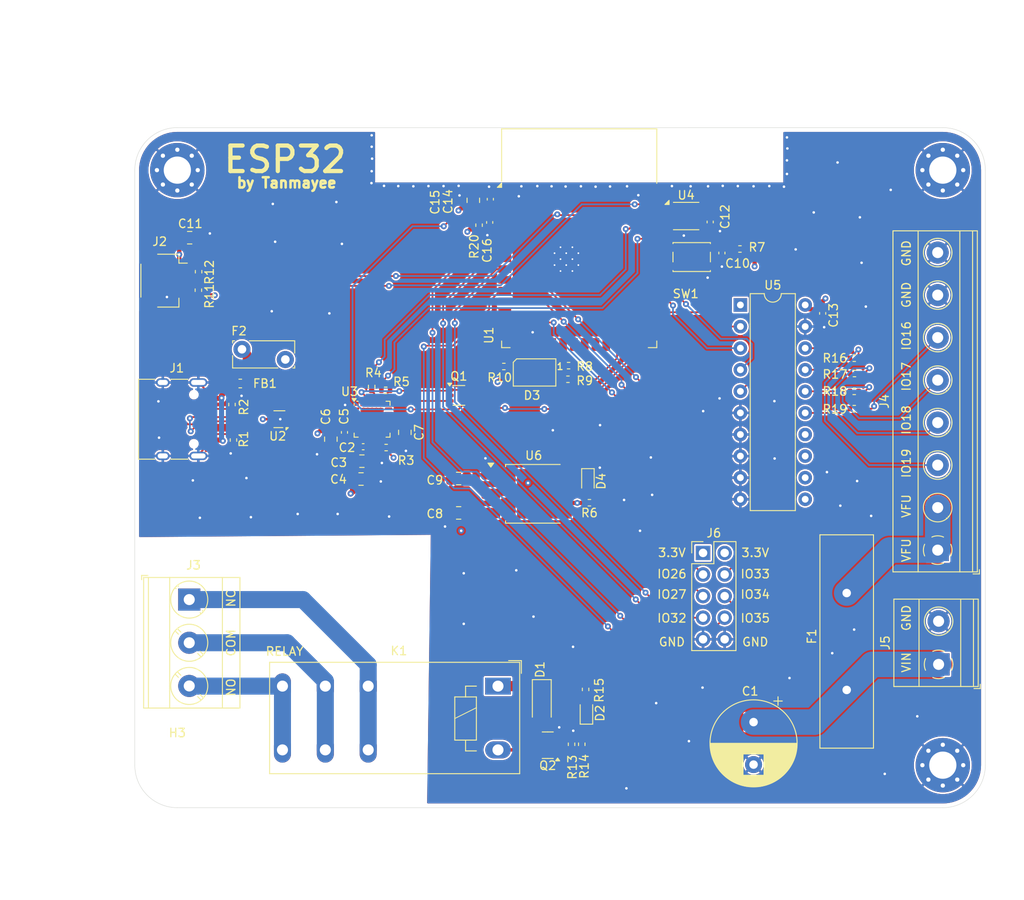
<source format=kicad_pcb>
(kicad_pcb (version 20240108) (generator "pcbnew") (generator_version "8.0")
  (layers (0 "F.Cu" signal) (1 "In1.Cu" power) (2 "In2.Cu" power) (31 "B.Cu" signal) (34 "B.Paste" user) (35 "F.Paste" user) (36 "B.SilkS" user "B.Silkscreen") (37 "F.SilkS" user "F.Silkscreen") (38 "B.Mask" user) (39 "F.Mask" user) (44 "Edge.Cuts" user))
  (net 0 "")
  (net 1 "GND")
  (net 2 "Net-(J5-Pin_1)")
  (net 3 "+5V")
  (net 4 "+3.3VA")
  (net 5 "Net-(U3-VPP)")
  (net 6 "+3.3V")
  (net 7 "/SW")
  (net 8 "/EN")
  (net 9 "Net-(D1-A)")
  (net 10 "Net-(D2-A)")
  (net 11 "Net-(D3-RK)")
  (net 12 "Net-(D3-GK)")
  (net 13 "Net-(D3-BK)")
  (net 14 "Net-(D4-A)")
  (net 15 "Net-(J4-Pin_1)")
  (net 16 "Net-(F2-Pad1)")
  (net 17 "+5VP")
  (net 18 "Net-(J1-D--PadA7)")
  (net 19 "Net-(J1-CC1)")
  (net 21 "Net-(J1-CC2)")
  (net 23 "Net-(J1-D+-PadA6)")
  (net 24 "/SDA")
  (net 25 "/SCL")
  (net 26 "Net-(J3-Pin_1)")
  (net 27 "Net-(J3-Pin_2)")
  (net 28 "Net-(J3-Pin_3)")
  (net 29 "Net-(J4-Pin_3)")
  (net 30 "Net-(J4-Pin_5)")
  (net 31 "Net-(J4-Pin_6)")
  (net 32 "Net-(J4-Pin_4)")
  (net 33 "/GPIO27")
  (net 34 "/GPIO34")
  (net 35 "/GPIO32")
  (net 36 "/GPIO35")
  (net 37 "/GPIO26")
  (net 38 "/GPIO33")
  (net 39 "/IO0")
  (net 40 "/DTR")
  (net 41 "/RTS")
  (net 42 "Net-(Q2-B)")
  (net 43 "Net-(U3-~{RST})")
  (net 44 "Net-(U3-TXD)")
  (net 45 "/RX")
  (net 46 "/TX")
  (net 47 "Net-(U3-RXD)")
  (net 48 "/LED_R")
  (net 49 "/LED_G")
  (net 50 "/LED_B")
  (net 51 "/RELAY")
  (net 52 "Net-(U5-B0)")
  (net 53 "Net-(U5-B1)")
  (net 54 "Net-(U5-B2)")
  (net 55 "Net-(U5-B3)")
  (net 58 "/LEDSTR3")
  (net 62 "/LEDSTR2")
  (net 65 "/LEDSTR4")
  (net 72 "/LEDSTR1")
  (net 73 "Net-(U3-D-)")
  (net 74 "Net-(U3-D+)")
  (footprint "Fuse:Fuse_Bourns_MF-RG300" (layer "F.Cu") (at 160.9 82.675)
    (property "Reference" "F2")
    (property "Value" "Polyfuse_1A")
  )
  (footprint "Package_DFN_QFN:QFN-24-1EP_4x4mm_P0.5mm_EP2.6x2.6mm" (layer "F.Cu") (at 176.2 90.9)
    (property "Reference" "U3")
    (property "Value" "CP2104")
  )
  (footprint "LED_SMD:LED_0603_1608Metric" (layer "F.Cu") (at 201.4 125.2875 90)
    (property "Reference" "D2")
    (property "Value" "YELLOW")
  )
  (footprint "Resistor_SMD:R_0402_1005Metric" (layer "F.Cu") (at 155.775 75.725 -90)
    (property "Reference" "R11")
    (property "Value" "4K7")
  )
  (footprint "Package_TO_SOT_SMD:SOT-666" (layer "F.Cu") (at 165.3 90.9 180)
    (property "Reference" "U2")
    (property "Value" "USBLC6-2P6")
  )
  (footprint "Capacitor_SMD:C_0805_2012Metric" (layer "F.Cu") (at 186.375 97.875 180)
    (property "Reference" "C9")
    (property "Value" "22u")
  )
  (footprint "RF_Module:ESP32-WROOM-32D" (layer "F.Cu") (at 200.55 72.6)
    (property "Reference" "U1")
    (property "Value" "ESP32-WROOM-32D")
  )
  (footprint "Fuse:Fuse_Littelfuse-LVR200" (layer "F.Cu") (at 232 122.75 90)
    (property "Reference" "F1")
    (property "Value" "Fuse")
  )
  (footprint "Package_TO_SOT_SMD:TO-252-3_TabPin2" (layer "F.Cu") (at 195.2 99.675)
    (property "Reference" "U6")
    (property "Value" "LM1117DT-3.3")
  )
  (footprint "Resistor_SMD:R_0402_1005Metric" (layer "F.Cu") (at 177.85 94.2375 180)
    (property "Reference" "R3")
    (property "Value" "10K")
  )
  (footprint "Resistor_SMD:R_0402_1005Metric" (layer "F.Cu") (at 219.45 70.875 180)
    (property "Reference" "R7")
    (property "Value" "10K")
  )
  (footprint "Capacitor_SMD:C_0402_1005Metric" (layer "F.Cu") (at 229.175 78.45 -90)
    (property "Reference" "C13")
    (property "Value" "100n")
  )
  (footprint "Relay_THT:Relay_SPDT_Schrack-RT1-16A-FormC_RM5mm" (layer "F.Cu") (at 191 122.3 180)
    (property "Reference" "K1")
    (property "Value" "RT314A05")
  )
  (footprint "Package_TO_SOT_SMD:SOT-363_SC-70-6" (layer "F.Cu") (at 186.4 88.1)
    (property "Reference" "Q1")
    (property "Value" "UMH3N")
  )
  (footprint "Capacitor_SMD:C_0402_1005Metric" (layer "F.Cu") (at 215.95 67.7 -90)
    (property "Reference" "C12")
    (property "Value" "100n")
  )
  (footprint "Capacitor_SMD:C_0805_2012Metric" (layer "F.Cu") (at 171.35 93.25 -90)
    (property "Reference" "C6")
    (property "Value" "22u")
  )
  (footprint "Capacitor_THT:CP_Radial_D10.0mm_P5.00mm" (layer "F.Cu") (at 221.05 126.532323 -90)
    (property "Reference" "C1")
    (property "Value" "1000u/25V")
  )
  (footprint "Capacitor_SMD:C_0402_1005Metric" (layer "F.Cu") (at 190.025 67.75 -90)
    (property "Reference" "C16")
    (property "Value" "100n")
  )
  (footprint "Resistor_SMD:R_0402_1005Metric" (layer "F.Cu") (at 191.69 84.7)
    (property "Reference" "R10")
    (property "Value" "1K")
  )
  (footprint "Resistor_SMD:R_0402_1005Metric" (layer "F.Cu") (at 176.15 87.05 90)
    (property "Reference" "R4")
    (property "Value" "22R")
  )
  (footprint "Capacitor_SMD:C_0805_2012Metric" (layer "F.Cu") (at 188.1 65.15 90)
    (property "Reference" "C15")
    (property "Value" "22u")
  )
  (footprint "Button_Switch_SMD:SW_SPST_PTS810" (layer "F.Cu") (at 213.775 71.825 180)
    (property "Reference" "SW1")
    (property "Value" "SW_SPST")
  )
  (footprint "Resistor_SMD:R_0402_1005Metric" (layer "F.Cu") (at 177.8 87.5 180)
    (property "Reference" "R5")
    (property "Value" "22R")
  )
  (footprint "Resistor_SMD:R_0402_1005Metric" (layer "F.Cu") (at 155.8 73.55 90)
    (property "Reference" "R12")
    (property "Value" "4K7")
  )
  (footprint "Capacitor_SMD:C_0402_1005Metric" (layer "F.Cu") (at 217.325 71.35 -90)
    (property "Reference" "C10")
    (property "Value" "100n")
  )
  (footprint "Resistor_SMD:R_0402_1005Metric" (layer "F.Cu") (at 199.3 84.6)
    (property "Reference" "R8")
    (property "Value" "1K")
  )
  (footprint "MountingHole:MountingHole_3.2mm_M3_DIN965" (layer "F.Cu") (at 153.3 131.6)
    (property "Reference" "H3")
    (property "Value" "Hole_Pad")
  )
  (footprint "Diode_SMD:D_MiniMELF" (layer "F.Cu") (at 196.15 124.2 -90)
    (property "Reference" "D1")
    (property "Value" "LL4148")
  )
  (footprint "Connector_USB:USB_C_Receptacle_HRO_TYPE-C-31-M-12" (layer "F.Cu") (at 152.64 90.9 -90)
    (property "Reference" "J1")
    (property "Value" "USB_C_Receptacle_USB2.0_16P")
  )
  (footprint "Resistor_SMD:R_0402_1005Metric" (layer "F.Cu") (at 199.65 129.14 -90)
    (property "Reference" "R13")
    (property "Value" "10K")
  )
  (footprint "Resistor_SMD:R_0402_1005Metric" (layer "F.Cu") (at 201.75 100.725)
    (property "Reference" "R6")
    (property "Value" "1K")
  )
  (footprint "Package_DIP:DIP-20_W7.62mm" (layer "F.Cu") (at 219.5 77.46)
    (property "Reference" "U5")
    (property "Value" "74AHCT245")
  )
  (footprint "Capacitor_SMD:C_0805_2012Metric" (layer "F.Cu") (at 174.9 97.9375)
    (property "Reference" "C4")
    (property "Value" "22u")
  )
  (footprint "Connector_JST:JST_SH_SM04B-SRSS-TB_1x04-1MP_P1.00mm_Horizontal" (layer "F.Cu") (at 151.7 74.6 -90)
    (property "Reference" "J2")
    (property "Value" "Conn_01x04")
  )
  (footprint "LED_SMD:LED_RGB_Wuerth-PLCC4_3.2x2.8mm_150141M173100" (layer "F.Cu") (at 195.3 85.4)
    (property "Reference" "D3")
    (property "Value" "LED_RGBA")
  )
  (footprint "MountingHole:MountingHole_3.2mm_M3_Pad_Via" (layer "F.Cu") (at 153.3 61.6)
    (property "Reference" "H1" (hide yes))
    (property "Value" "Hole_Pad")
  )
  (footprint "Resistor_SMD:R_0402_1005Metric" (layer "F.Cu") (at 232.885 87.625)
    (property "Reference" "R18")
    (property "Value" "22R")
  )
  (footprint "Resistor_SMD:R_0402_1005Metric" (layer "F.Cu") (at 200.85 129.14 90)
    (property "Reference" "R14")
    (property "Value" "1K")
  )
  (footprint "TerminalBlock_Phoenix:TerminalBlock_Phoenix_MKDS-3-3-5.08_1x03_P5.08mm_Horizontal" (layer "F.Cu") (at 154.7 112.12 -90)
    (property "Reference" "J3")
    (property "Value" "Screw_Terminal_01x03")
  )
  (footprint "Capacitor_SMD:C_0805_2012Metric" (layer "F.Cu") (at 154.75 69.55)
    (property "Reference" "C11")
    (property "Value" "22u")
  )
  (footprint "Inductor_SMD:L_0603_1608Metric" (layer "F.Cu") (at 160.7 86.7)
    (property "Reference" "FB1")
    (property "Value" "BLM21PG221")
  )
  (footprint "Resistor_SMD:R_0402_1005Metric" (layer "F.Cu") (at 232.885 89.66)
    (property "Reference" "R19")
    (property "Value" "22R")
  )
  (footprint "Capacitor_SMD:C_0805_2012Metric" (layer "F.Cu") (at 175 95.8375)
    (property "Reference" "C3")
    (property "Value" "4u7")
  )
  (footprint "TerminalBlock_Phoenix:TerminalBlock_Phoenix_MKDS-1,5-2-5.08_1x02_P5.08mm_Horizontal" (layer "F.Cu") (at 242.805 119.745 90)
    (property "Reference" "J5")
    (property "Value" "Screw_Terminal_01x02")
  )
  (footprint "MountingHole:MountingHole_3.2mm_M3_Pad_Via" (layer "F.Cu") (at 243.3 131.6)
    (property "Reference" "H4" (hide yes))
    (property "Value" "Hole_Pad")
  )
  (footprint "Package_TO_SOT_SMD:SOT-23" (layer "F.Cu") (at 196.85 129.25 180)
    (property "Reference" "Q2")
    (property "Value" "BC817")
  )
  (footprint "Capacitor_SMD:C_0805_2012Metric" (layer "F.Cu") (at 186.375 101.925 180)
    (property "Reference" "C8")
    (property "Value" "22u")
  )
  (footprint "Resistor_SMD:R_0402_1005Metric" (layer "F.Cu") (at 159.9 93.35 -90)
    (property "Reference" "R1")
    (property "Value" "5K1")
  )
  (footprint "Capacitor_SMD:C_0805_2012Metric" (layer "F.Cu") (at 180.05 92.45 -90)
    (property "Reference" "C7")
    (property "Value" "4u7")
  )
  (footprint "Resistor_SMD:R_0402_1005Metric" (layer "F.Cu") (at 159.725 89.175 90)
    (property "Reference" "R2")
    (property "Value" "5K1")
  )
  (footprint "TerminalBlock_Phoenix:TerminalBlock_Phoenix_MKDS-1,5-8_1x08_P5.00mm_Horizontal" (layer "F.Cu") (at 242.7 106.3 90)
    (property "Reference" "J4")
    (property "Value" "Screw_Terminal_01x08")
  )
  (footprint "LED_SMD:LED_0603_1608Metric" (layer "F.Cu") (at 201.575 98.2 -90)
    (property "Reference" "D4")
    (property "Value" "3.3V INDICATOR")
  )
  (footprint "Resistor_SMD:R_0402_1005Metric" (layer "F.Cu") (at 199.225 86.2 180)
    (property "Reference" "R9")
    (property "Value" "1K")
  )
  (footprint "Resistor_SMD:R_0402_1005Metric" (layer "F.Cu") (at 232.915 85.525)
    (property "Reference" "R17")
    (property "Value" "22R")
  )
  (footprint "Capacitor_SMD:C_0402_1005Metric" (layer "F.Cu") (at 175.15 94.1375)
    (property "Reference" "C2")
    (property "Value" "100n")
  )
  (footprint "Resistor_SMD:R_0402_1005Metric" (layer "F.Cu") (at 188.775 68.075 90)
    (property "Reference" "R20")
    (property "Value" "10K")
  )
  (footprint "Resistor_SMD:R_0402_1005Metric" (layer "F.Cu") (at 232.885 83.725)
    (property "Reference" "R16")
    (property "Value" "22R")
  )
  (footprint "Capacitor_SMD:C_0402_1005Metric" (layer "F.Cu") (at 190.1 65.02 90)
    (property "Reference" "C14")
    (property "Value" "100n")
  )
  (footprint "Resistor_SMD:R_0402_1005Metric" (layer "F.Cu") (at 201.3 122.6875 -90)
    (property "Reference" "R15")
    (property "Value" "1K")
  )
  (footprint "Connector_PinHeader_2.54mm:PinHeader_2x05_P2.54mm_Vertical" (layer "F.Cu") (at 215.11 106.63)
    (property "Reference" "J6")
    (property "Value" "Conn_02x05_Odd_Even")
  )
  (footprint "MountingHole:MountingHole_3.2mm_M3_Pad_Via" (layer "F.Cu") (at 243.3 61.6)
    (property "Reference" "H2" (hide yes))
    (property "Value" "Hole_Pad")
  )
  (footprint "Capacitor_SMD:C_0402_1005Metric" (layer "F.Cu") (at 172.95 92.45 -90)
    (property "Reference" "C5")
    (property "Value" "100n")
  )
  (footprint "Package_DFN_QFN:DFN-6-1EP_3x3mm_P1mm_EP1.5x2.4mm" (layer "F.Cu") (at 213.125 67)
    (property "Reference" "U4")
    (property "Value" "Si7021-A20")
  )
  (gr_line (start 148.3 131.6) (end 148.300001 61.7) (stroke (width 0.05)) (layer "Edge.Cuts"))
  (gr_line (start 153.3 56.599001) (end 243.3 56.6) (stroke (width 0.05)) (layer "Edge.Cuts"))
  (gr_line (start 248.3 61.6) (end 248.3 131.6) (stroke (width 0.05)) (layer "Edge.Cuts"))
  (gr_arc (start 148.300001 61.7) (mid 149.728579 58.099293) (end 153.3 56.599001) (stroke (width 0.05)) (layer "Edge.Cuts"))
  (gr_line (start 243.3 136.6) (end 153.3 136.6) (stroke (width 0.05)) (layer "Edge.Cuts"))
  (gr_arc (start 248.3 131.6) (mid 246.835534 135.135534) (end 243.3 136.6) (stroke (width 0.05)) (layer "Edge.Cuts"))
  (gr_arc (start 153.3 136.6) (mid 149.764466 135.135534) (end 148.3 131.6) (stroke (width 0.05)) (layer "Edge.Cuts"))
  (gr_arc (start 243.3 56.6) (mid 246.835534 58.064466) (end 248.3 61.6) (stroke (width 0.05)) (layer "Edge.Cuts"))
  (gr_text "NO\n" (at 160.2 123.6 90) (layer "F.SilkS") (effects (font (size 1 1)) (justify left bottom)))
  (gr_text "COM\n" (at 160.2 118.9 90) (layer "F.SilkS") (effects (font (size 1 1)) (justify left bottom)))
  (gr_text "by Tanmayee" (at 160.125 63.8 0) (layer "F.SilkS") (effects (font (size 1.2 1.2) (thickness 0.3) (bold yes)) (justify left bottom)))
  (gr_text "IO33" (at 219.435 109.695 0) (layer "F.SilkS") (effects (font (size 1 1)) (justify left bottom)))
  (gr_text "IO35" (at 219.435 114.895 0) (layer "F.SilkS") (effects (font (size 1 1)) (justify left bottom)))
  (gr_text "GND\n" (at 239.6 73 90) (layer "F.SilkS") (effects (font (size 1 1)) (justify left bottom)))
  (gr_text "3.3V" (at 219.530238 107.195 0) (layer "F.SilkS") (effects (font (size 1 1)) (justify left bottom)))
  (gr_text "VIN\n" (at 239.6 120.8 90) (layer "F.SilkS") (effects (font (size 1 1)) (justify left bottom)))
  (gr_text "IO17" (at 239.6 87.7 90) (layer "F.SilkS") (effects (font (size 1 1)) (justify left bottom)))
  (gr_text "VFU" (at 239.6 102.6 90) (layer "F.SilkS") (effects (font (size 1 1)) (justify left bottom)))
  (gr_text "IO16\n" (at 239.6 82.9 90) (layer "F.SilkS") (effects (font (size 1 1)) (justify left bottom)))
  (gr_text "IO18" (at 239.6 92.8 90) (layer "F.SilkS") (effects (font (size 1 1)) (justify left bottom)))
  (gr_text "GND\n" (at 209.825476 117.695 0) (layer "F.SilkS") (effects (font (size 1 1)) (justify left bottom)))
  (gr_text "RELAY" (at 163.6 118.8 0) (layer "F.SilkS") (effects (font (size 1 1)) (justify left bottom)))
  (gr_text "ESP32" (at 158.5 62.1 0) (layer "F.SilkS") (effects (font (size 3 3) (thickness 0.5) (bold yes)) (justify left bottom)))
  (gr_text "VFU" (at 239.6 107.8 90) (layer "F.SilkS") (effects (font (size 1 1)) (justify left bottom)))
  (gr_text "GND\n" (at 219.625476 117.695 0) (layer "F.SilkS") (effects (font (size 1 1)) (justify left bottom)))
  (gr_text "IO27" (at 209.635 112.095 0) (layer "F.SilkS") (effects (font (size 1 1)) (justify left bottom)))
  (gr_text "IO26" (at 209.635 109.695 0) (layer "F.SilkS") (effects (font (size 1 1)) (justify left bottom)))
  (gr_text "3.3V" (at 209.730238 107.195 0) (layer "F.SilkS") (effects (font (size 1 1)) (justify left bottom)))
  (gr_text "IO19" (at 239.6 97.9 90) (layer "F.SilkS") (effects (font (size 1 1)) (justify left bottom)))
  (gr_text "IO34" (at 219.435 112.095 0) (layer "F.SilkS") (effects (font (size 1 1)) (justify left bottom)))
  (gr_text "GND\n" (at 239.6 77.9 90) (layer "F.SilkS") (effects (font (size 1 1)) (justify left bottom)))
  (gr_text "NC" (at 160.2 113.1 90) (layer "F.SilkS") (effects (font (size 1 1)) (justify left bottom)))
  (gr_text "GND\n" (at 239.6 115.9 90) (layer "F.SilkS") (effects (font (size 1 1)) (justify left bottom)))
  (gr_text "IO32" (at 209.635 114.895 0) (layer "F.SilkS") (effects (font (size 1 1)) (justify left bottom)))
  (segment (start 194.84 80.91) (end 195.075 80.675) (width 0.2) (layer "F.Cu") (net 1))
  (segment (start 217.325 72.95) (end 217.325 71.83) (width 0.2) (layer "F.Cu") (net 1))
  (segment (start 184.775 103.525) (end 185.425 102.875) (width 0.2) (layer "F.Cu") (net 1))
  (segment (start 215.65 74.25) (end 215.85 74.05) (width 0.2) (layer "F.Cu") (net 1))
  (segment (start 216.505 68.18) (end 217.1 68.775) (width 0.2) (layer "F.Cu") (net 1))
  (segment (start 159.575 94.925) (end 159.9 94.6) (width 0.2) (layer "F.Cu") (net 1))
  (segment (start 176.9375 97.9375) (end 177.225 98.225) (width 0.2) (layer "F.Cu") (net 1))
  (segment (start 215.85 74.05) (end 215.85 72.9) (width 0.2) (layer "F.Cu") (net 1))
  (segment (start 173.025 89.225) (end 173.025 89.339386) (width 0.2) (layer "F.Cu") (net 1))
  (segment (start 152.5 76.1) (end 152.075 76.525) (width 0.2) (layer "F.Cu") (net 1))
  (segment (start 207.7 64.35) (end 209.3 64.35) (width 0.2) (layer "F.Cu") (net 1))
  (segment (start 175.85 97.9375) (end 176.9375 97.9375) (width 0.2) (layer "F.Cu") (net 1))
  (segment (start 211.675 67) (end 213.125 67) (width 0.2) (layer "F.Cu") (net 1))
  (segment (start 191.61 64.54) (end 191.8 64.35) (width 0.2) (layer "F.Cu") (net 1))
  (segment (start 156.625 69.55) (end 155.7 69.55) (width 0.2) (layer "F.Cu") (net 1))
  (segment (start 155.77 95.22) (end 155.77 95.065) (width 0.2) (layer "F.Cu") (net 1))
  (segment (start 156.685 87.65) (end 156.685 87.495) (width 0.2) (layer "F.Cu") (net 1))
  (segment (start 186.85 64.2) (end 186.475 64.575) (width 0.2) (layer "F.Cu") (net 1))
  (segment (start 194.84 82.11) (end 194.84 80.91) (width 0.2) (layer "F.Cu") (net 1))
  (segment (start 176.2 90.9) (end 175.45 90.15) (width 0.2) (layer "F.Cu") (net 1))
  (segment (start 229.175 79.9) (end 229.35 80.075) (width 0.2) (layer "F.Cu") (net 1))
  (segment (start 175.63 94.1375) (end 175.63 95.5175) (width 0.2) (layer "F.Cu") (net 1))
  (segment (start 207.5 64.55) (end 207.7 64.35) (width 0.2) (layer "F.Cu") (net 1))
  (segment (start 177.1375 95.8375) (end 177.35 96.05) (width 0.2) (layer "F.Cu") (net 1))
  (segment (start 202.1625 97.4125) (end 201.575 97.4125) (width 0.2) (layer "F.Cu") (net 1))
  (segment (start 155.77 95.22) (end 151.59 95.22) (width 0.2) (layer "F.Cu") (net 1))
  (segment (start 170.55 94.2) (end 169.725 95.025) (width 0.2) (layer "F.Cu") (net 1))
  (segment (start 191.8 64.35) (end 193.125 64.35) (width 0.2) (layer "F.Cu") (net 1))
  (segment (start 190.025 68.975) (end 189.75 69.25) (width 0.2) (layer "F.Cu") (net 1))
  (segment (start 213.125 67) (end 213.125 69.025) (width 0.2) (layer "F.Cu") (net 1))
  (segment (start 190.1 64.54) (end 191.61 64.54) (width 0.2) (layer "F.Cu") (net 1))
  (segment (start 211.7 72.9) (end 215.85 72.9) (width 0.2) (layer "F.Cu") (net 1))
  (segment (start 202.975 96.6) (end 202.1625 97.4125) (width 0.2) (layer "F.Cu") (net 1))
  (segment (start 199.65 127.75) (end 199.65 128.63) (width 0.2) (layer "F.Cu") (net 1))
  (segment (start 173.835614 90.15) (end 174.2625 90.15) (width 0.2) (layer "F.Cu") (net 1))
  (segment (start 190.1 64.54) (end 190.1 63.7) (width 0.2) (layer "F.Cu") (net 1))
  (segment (start 190.025 68.23) (end 190.025 68.975) (width 0.2) (layer "F.Cu") (net 1))
  (segment (start 173.025 89.339386) (end 173.835614 90.15) (width 0.2) (layer "F.Cu") (net 1))
  (segment (start 199.85 127.55) (end 199.65 127.75) (width 0.2) (layer "F.Cu") (net 1))
  (segment (start 197.7875 127.5625) (end 197.7875 128.3) (width 0.2) (layer "F.Cu") (net 1))
  (segment (start 155.77 95.065) (end 156.685 94.15) (width 0.2) (layer "F.Cu") (net 1))
  (segment (start 159.9 94.6) (end 159.9 93.86) (width 0.2) (layer "F.Cu") (net 1))
  (segment (start 156.685 87.495) (end 155.77 86.58) (width 0.2) (layer "F.Cu") (net 1))
  (segment (start 185.425 97.875) (end 185.425 101.925) (width 0.2) (layer "F.Cu") (net 1))
  (segment (start 189.525 95.5) (end 190.16 96.135) (width 0.2) (layer "F.Cu") (net 1))
  (segment (start 151.59 86.58) (end 155.77 86.58) (width 0.2) (layer "F.Cu") (net 1))
  (segment (start 172.95 92.93) (end 172.62 92.93) (width 0.2) (layer "F.Cu") (net 1))
  (segment (start 229.175 78.93) (end 229.175 79.9) (width 0.2) (layer "F.Cu") (net 1))
  (segment (start 153.7 76.1) (end 152.5 76.1) (width 0.2) (layer "F.Cu") (net 1))
  (segment (start 166.225 90.9) (end 165.4 90.9) (width 0.2) (layer "F.Cu") (net 1))
  (segment (start 185.425 102.875) (end 185.425 101.925) (width 0.2) (layer "F.Cu") (net 1))
  (segment (start 180.175 93.525) (end 180.05 93.4) (width 0.2) (layer "F.Cu") (net 1))
  (segment (start 159.725 88.665) (end 160.335 88.665) (width 0.2) (layer "F.Cu") (net 1))
  (segment (start 157.125 69.05) (end 156.625 69.55) (width 0.2) (layer "F.Cu") (net 1))
  (segment (start 171.35 94.2) (end 170.55 94.2) (width 0.2) (layer "F.Cu") (net 1))
  (segment (start 172.62 92.93) (end 171.35 94.2) (width 0.2) (layer "F.Cu") (net 1))
  (segment (start 215.95 68.18) (end 216.505 68.18) (width 0.2) (layer "F.Cu") (net 1))
  (segment (start 175.45 90.15) (end 174.2625 90.15) (width 0.2) (layer "F.Cu") (net 1))
  (segment (start 188.1 64.2) (end 186.85 64.2) (width 0.2) (layer "F.Cu") (net 1))
  (segment (start 175.63 95.5175) (end 175.95 95.8375) (width 0.2) (layer "F.Cu") (net 1))
  (segment (start 175.95 95.8375) (end 177.1375 95.8375) (width 0.2) (layer "F.Cu") (net 1))
  (segment (start 190.1 63.7) (end 189.95 63.55) (width 0.2) (layer "F.Cu") (net 1))
  (segment (start 160.335 88.665) (end 160.85 88.15) (width 0.2) (layer "F.Cu") (net 1))
  (segment (start 198.2 127.15) (end 197.7875 127.5625) (width 0.2) (layer "F.Cu") (net 1))
  (segment (start 213.125 69.025) (end 212.85 69.3) (width 0.2) (layer "F.Cu") (net 1))
  (segment (start 193.125 64.35) (end 193.45 64.675) (width 0.2) (layer "F.Cu") (net 1))
  (segment (start 180.175 94.625) (end 180.175 93.525) (width 0.2) (layer "F.Cu") (net 1))
  (segment (start 190.16 96.135) (end 190.16 97.395) (width 0.2) (layer "F.Cu") (net 1))
  (via (at 215.65 74.25) (size 0.7) (drill 0.3) (layers "F.Cu" "B.Cu") (net 1))
  (via (at 193.45 64.675) (size 0.7) (drill 0.3) (layers "F.Cu" "B.Cu") (net 1))
  (via (at 221.05 63.5) (size 0.7) (drill 0.3) (layers "F.Cu" "B.Cu") (net 1))
  (via (at 178.2 102.35) (size 0.7) (drill 0.3) (layers "F.Cu" "B.Cu") (net 1))
  (via (at 152.075 76.525) (size 0.7) (drill 0.3) (layers "F.Cu" "B.Cu") (net 1))
  (via (at 193.15 108.675) (size 0.7) (drill 0.3) (layers "F.Cu" "B.Cu") (net 1))
  (via (at 181.05 63.5) (size 0.7) (drill 0.3) (layers "F.Cu" "B.Cu") (net 1))
  (via (at 230.925 60.7) (size 0.7) (drill 0.3) (layers "F.Cu" "B.Cu") (net 1))
  (via (at 176.125 63.125) (size 0.7) (drill 0.3) (layers "F.Cu" "B.Cu") (net 1))
  (via (at 176.2 60.25) (size 0.7) (drill 0.3) (layers "F.Cu" "B.Cu") (net 1))
  (via (at 230.3 118.425) (size 0.7) (drill 0.3) (layers "F.Cu" "B.Cu") (net 1))
  (via (at 236.475 132.625) (size 0.7) (drill 0.3) (layers "F.Cu" "B.Cu") (net 1))
  (via (at 172 65.35) (size 0.7) (drill 0.3) (layers "F.Cu" "B.Cu") (net 1))
  (via (at 209.125 99.8) (size 0.7) (drill 0.3) (layers "F.Cu" "B.Cu") (net 1))
  (via (at 224.975 57.75) (size 0.7) (drill 0.3) (layers "F.Cu" "B.Cu") (net 1))
  (via (at 172.65 70.275) (size 0.7) (drill 0.3) (layers "F.Cu" "B.Cu") (net 1))
  (via (at 182.825 63.475) (size 0.7) (drill 0.3) (layers "F.Cu" "B.Cu") (net 1))
  (via (at 206.1 134.325) (size 0.7) (drill 0.3) (layers "F.Cu" "B.Cu") (net 1))
  (via (at 224.625 63.55) (size 0.7) (drill 0.3) (layers "F.Cu" "B.Cu") (net 1))
  (via (at 215.7 63.5) (size 0.7) (drill 0.3) (layers "F.Cu" "B.Cu") (net 1))
  (via (at 240.3 125.85) (size 0.7) (drill 0.3) (layers "F.Cu" "B.Cu") (net 1))
  (via (at 224.975 62.05) (size 0.7) (drill 0.3) (layers "F.Cu" "B.Cu") (net 1))
  (via (at 176.15 57.5) (size 0.7) (drill 0.3) (layers "F.Cu" "B.Cu") (net 1))
  (via (at 159.575 94.925) (size 0.7) (drill 0.3) (layers "F.Cu" "B.Cu") (net 1))
  (via (at 179.275 63.475) (size 0.7) (drill 0.3) (layers "F.Cu" "B.Cu") (net 1))
  (via (at 211.45 63.475) (size 0.7) (drill 0.3) (layers "F.Cu" "B.Cu") (net 1))
  (via (at 172.15 102.05) (size 0.7) (drill 0.3) (layers "F.Cu" "B.Cu") (net 1))
  (via (at 184.775 103.525) (size 0.7) (drill 0.3) (layers "F.Cu" "B.Cu") (net 1))
  (via (at 195.075 80.675) (size 0.7) (drill 0.3) (layers "F.Cu" "B.Cu") (net 1))
  (via (at 186.975 114.975) (size 0.7) (drill 0.3) (layers "F.Cu" "B.Cu") (net 1))
  (via (at 202.975 96.6) (size 0.7) (drill 0.3) (layers "F.Cu" "B.Cu") (net 1))
  (via (at 164.525 65.575) (size 0.7) (drill 0.3) (layers "F.Cu" "B.Cu") (net 1))
  (via (at 180.175 94.625) (size 0.7) (drill 0.3) (layers "F.Cu" "B.Cu") (net 1))
  (via (at 224.975 60.45) (size 0.7) (drill 0.3) (layers "F.Cu" "B.Cu") (net 1))
  (via (at 207.7 104.025) (size 0.7) (drill 0.3) (layers "F.Cu" "B.Cu") (net 1))
  (via (at 157.125 69.05) (size 0.7) (drill 0.3) (layers "F.Cu" "B.Cu") (net 1))
  (via (at 223.5 88.775) (size 0.7) (drill 0.3) (layers "F.Cu" "B.Cu") (net 1))
  (via (at 176.15 61.725) (size 0.7) (drill 0.3) (layers "F.Cu" "B.Cu") (net 1))
  (via (at 155.95 102.5) (size 0.7) (drill 0.3) (layers "F.Cu" "B.Cu") (net 1))
  (via (at 219.2 63.475) (size 0.7) (drill 0.3) (layers "F.Cu" "B.Cu") (net 1))
  (via (at 151.075 88.8) (size 0.7) (drill 0.3) (layers "F.Cu" "B.Cu") (net 1))
  (via (at 197.45 92.2) (size 0.7) (drill 0.3) (layers "F.Cu" "B.Cu") (net 1))
  (via (at 234.25 77.65) (size 0.7) (drill 0.3) (layers "F.Cu" "B.Cu") (net 1))
  (via (at 233.225 98.175) (size 0.7) (drill 0.3) (layers "F.Cu" "B.Cu") (net 1))
  (via (at 200.75 63.5) (size 0.7) (drill 0.3) (layers "F.Cu" "B.Cu") (net 1))
  (via (at 217.1 68.775) (size 0.7) (drill 0.3) (layers "F.Cu" "B.Cu") (net 1))
  (via (at 161.425 97.825) (size 0.7) (drill 0.3) (layers "F.Cu" "B.Cu") (net 1))
  (via (at 215.05 122.475) (size 0.7) (drill 0.3) (layers "F.Cu" "B.Cu") (net 1))
  (via (at 212.85 69.3) (size 0.7) (drill 0.3) (layers "F.Cu" "B.Cu") (net 1))
  (via (at 204.175 63.525) (size 0.7) (drill 0.3) (layers "F.Cu" "B.Cu") (net 1))
  (via (at 184.6 63.475) (size 0.7) (drill 0.3) (layers "F.Cu" "B.Cu") (net 1))
  (via (at 164.8 70.025) (size 0.7) (drill 0.3) (layers "F.Cu" "B.Cu") (net 1))
  (via (at 223.525 95.525) (size 0.7) (drill 0.3) (layers "F.Cu" "B.Cu") (net 1))
  (via (at 177.225 98.225) (size 0.7) (drill 0.3) (layers "F.Cu" "B.Cu") (net 1))
  (via (at 231.25 101.075) (size 0.7) (drill 0.3) (layers "F.Cu" "B.Cu") (net 1))
  (via (at 237.175 63.925) (size 0.7) (drill 0.3) (layers "F.Cu" "B.Cu") (net 1))
  (via (at 189.525 95.5) (size 0.7) (drill 0.3) (layers "F.Cu" "B.Cu") (net 1))
  (via (at 233.55 67.15) (size 0.7) (drill 0.3) (layers "F.Cu" "B.Cu") (net 1))
  (via (at 228.125 66.575) (size 0.7) (drill 0.3) (layers "F.Cu" "B.Cu") (net 1))
  (via (at 198.95 63.525) (size 0.7) (drill 0.3) (layers "F.Cu" "B.Cu") (net 1))
  (via (at 160.85 88.15) (size 0.7) (drill 0.3) (layers "F.Cu" "B.Cu") (net 1))
  (via (at 186.975 109.025) (size 0.7) (drill 0.3) (layers "F.Cu" "B.Cu") (net 1))
  (via (at 155.125 98.1) (size 0.7) (drill 0.3) (layers "F.Cu" "B.Cu") (net 1))
  (via (at 225.025 59.05) (size 0.7) (drill 0.3) (layers "F.Cu" "B.Cu") (net 1))
  (via (at 217.325 72.95) (size 0.7) (drill 0.3) (layers "F.Cu" "B.Cu") (net 1))
  (via (at 186.375 63.45) (size 0.7) (drill 0.3) (layers "F.Cu" "B.Cu") (net 1))
  (via (at 189.95 63.55) (size 0.7) (drill 0.3) (layers "F.Cu" "B.Cu") (net 1))
  (via (at 234.875 102.275) (size 0.7) (drill 0.3) (layers "F.Cu" "B.Cu") (net 1))
  (via (at 208.975 95.4) (size 0.7) (drill 0.3) (layers "F.Cu" "B.Cu") (net 1))
  (via (at 195.625 63.475) (size 0.7) (drill 0.3) (layers "F.Cu" "B.Cu") (net 1))
  (via (at 217.425 63.45) (size 0.7) (drill 0.3) (layers "F.Cu" "B.Cu") (net 1))
  (via (at 165.4 90.9) (size 0.7) (drill 0.3) (layers "F.Cu" "B.Cu") (net 1))
  (via (at 226 70.925) (size 0.7) (drill 0.3) (layers "F.Cu" "B.Cu") (net 1))
  (via (at 176.15 58.85) (size 0.7) (drill 0.3) (layers "F.Cu" "B.Cu") (net 1))
  (via (at 151.15 93.075) (size 0.7) (drill 0.3) (layers "F.Cu" "B.Cu") (net 1))
  (via (at 229.675 97.125) (size 0.7) (drill 0.3) (layers "F.Cu" "B.Cu") (net 1))
  (via (at 209.6 124.3) (size 0.7) (drill 0.3) (layers "F.Cu" "B.Cu") (net 1))
  (via (at 206.175 63.5) (size 0.7) (drill 0.3) (layers "F.Cu" "B.Cu") (net 1))
  (via (at 195.175 114.125) (size 0.7) (drill 0.3) (layers "F.Cu" "B.Cu") (net 1))
  (via (at 229.35 80.075) (size 0.7) (drill 0.3) (layers "F.Cu" "B.Cu") (net 1))
  (via (at 207.5 64.55) (size 0.7) (drill 0.3) (layers "F.Cu" "B.Cu") (net 1))
  (via (at 197.3 63.5) (size 0.7) (drill 0.3) (layers "F.Cu" "B.Cu") (net 1))
  (via (at 233.75 72.5) (size 0.7) (drill 0.3) (layers "F.Cu" "B.Cu") (net 1))
  (via (at 213.65 63.5) (size 0.7) (drill 0.3) (layers "F.Cu" "B.Cu") (net 1))
  (via (at 232.875 115.65) (size 0.7) (drill 0.3) (layers "F.Cu" "B.Cu") (net 1))
  (via (at 199.825 117.675) (size 0.7) (drill 0.3) (layers "F.Cu" "B.Cu") (net 1))
  (via (at 177.6 63.45) (size 0.7) (drill 0.3) (layers "F.Cu" "B.Cu") (net 1))
  (via (at 202.475 63.55) (size 0.7) (drill 0.3) (layers "F.Cu" "B.Cu") (net 1))
  (via (at 225.275 121.35) (size 0.7) (drill 0.3) (layers "F.Cu" "B.Cu") (net 1))
  (via (at 189.75 69.25) (size 0.7) (drill 0.3) (layers "F.Cu" "B.Cu") (net 1))
  (via (at 171.175 78.45) (size 0.7) (drill 0.3) (layers "F.Cu" "B.Cu") (net 1))
  (via (at 169.725 95.025) (size 0.7) (drill 0.3) (layers "F.Cu" "B.Cu") (net 1))
  (via (at 203 91.6) (size 0.7) (drill 0.3) (layers "F.Cu" "B.Cu") (net 1))
  (via (at 222.9 63.475) (size 0.7) (drill 0.3) (layers "F.Cu" "B.Cu") (net 1))
  (via (at 167.45 102.05) (size 0.7) (drill 0.3) (layers "F.Cu" "B.Cu") (net 1))
  (via (at 177.35 96.05) (size 0.7) (drill 0.3) (layers "F.Cu" "B.Cu") (net 1))
  (via (at 164.4 78.2) (size 0.7) (drill 0.3) (layers "F.Cu" "B.Cu") (net 1))
  (via (at 217.05 88.45) (size 0.7) (drill 0.3) (layers "F.Cu" "B.Cu") (net 1))
  (via (at 199.85 127.55) (size 0.7) (drill 0.3) (layers "F.Cu" "B.Cu") (net 1))
  (via (at 193.75 63.5) (size 0.7) (drill 0.3) (layers "F.Cu" "B.Cu") (net 1))
  (via (at 215.125 89.95) (size 0.7) (drill 0.3) (layers "F.Cu" "B.Cu") (net 1))
  (via (at 161.95 102.425) (size 0.7) (drill 0.3) (layers "F.Cu" "B.Cu") (net 1))
  (via (at 205.825 100.4) (size 0.7) (drill 0.3) (layers "F.Cu" "B.Cu") (net 1))
  (via (at 173.025 89.225) (size 0.7) (drill 0.3) (layers "F.Cu" "B.Cu") (net 1))
  (via (at 198.2 127.15) (size 0.7) (drill 0.3) (layers "F.Cu" "B.Cu") (net 1))
  (via (at 186.475 64.575) (size 0.7) (drill 0.3) (layers "F.Cu" "B.Cu") (net 1))
  (via (at 213.45 128.775) (size 0.7) (drill 0.3) (layers "F.Cu" "B.Cu") (net 1))
  (segment (start 235.005 119.745) (end 242.805 119.745) (width 3) (layer "B.Cu") (net 2))
  (segment (start 232 122.75) (end 235.005 119.745) (width 3) (layer "B.Cu") (net 2))
  (segment (start 228.217677 126.532323) (end 232 122.75) (width 3) (layer "B.Cu") (net 2))
  (segment (start 221.05 126.532323) (end 228.217677 126.532323) (width 3) (layer "B.Cu") (net 2))
  (segment (start 229.5 76.7) (end 229.175 77.025) (width 0.5) (layer "F.Cu") (net 3))
  (segment (start 196.15 122.45) (end 196.75 121.85) (width 0.5) (layer "F.Cu") (net 3))
  (segment (start 200.9725 121.85) (end 201.3 122.1775) (width 0.5) (layer "F.Cu") (net 3))
  (segment (start 229.175 77.025) (end 229.175 77.97) (width 0.5) (layer "F.Cu") (net 3))
  (segment (start 187.325 101.925) (end 190.13 101.925) (width 1.2) (layer "F.Cu") (net 3))
  (segment (start 186.675 104.025) (end 187.325 103.375) (width 1.2) (layer "F.Cu") (net 3))
  (segment (start 173.95 95.9375) (end 174.05 95.8375) (width 0.7) (layer "F.Cu") (net 3))
  (segment (start 187.325 103.375) (end 187.325 101.925) (width 1.2) (layer "F.Cu") (net 3))
  (segment (start 174.95 92.8375) (end 174.95 93.8575) (width 0.3) (layer "F.Cu") (net 3))
  (segment (start 229.175 77.97) (end 227.63 77.97) (width 0.5) (layer "F.Cu") (net 3))
  (segment (start 191 122.3) (end 196 122.3) (width 1.2) (layer "F.Cu") (net 3))
  (segment (start 227.63 77.97) (end 227.12 77.46) (width 0.5) (layer "F.Cu") (net 3))
  (segment (start 173.95 99.375) (end 173.675 99.65) (width 0.7) (layer "F.Cu") (net 3))
  (segment (start 173.95 97.9375) (end 173.95 99.375) (width 0.7) (layer "F.Cu") (net 3))
  (segment (start 196 122.3) (end 196.15 122.45) (width 0.2) (layer "F.Cu") (net 3))
  (segment (start 196.75 121.85) (end 200.9725 121.85) (width 0.5) (layer "F.Cu") (net 3))
  (segment (start 174.95 93.8575) (end 174.67 94.1375) (width 0.3) (layer "F.Cu") (net 3))
  (segment (start 173.95 97.9375) (end 173.95 95.9375) (width 0.7) (layer "F.Cu") (net 3))
  (segment (start 164.375 90.9) (end 163.35 90.9) (width 0.3) (layer "F.Cu") (net 3))
  (segment (start 174.67 94.1375) (end 174.67 95.2175) (width 0.4) (layer "F.Cu") (net 3))
  (segment (start 174.67 95.2175) (end 174.05 95.8375) (width 0.4) (layer "F.Cu") (net 3))
  (segment (start 175.45 92.8375) (end 174.95 92.8375) (width 0.3) (layer "F.Cu") (net 3))
  (segment (start 190.13 101.925) (end 190.16 101.955) (width 1.2) (layer "F.Cu") (net 3))
  (via (at 163.35 90.9) (size 0.7) (drill 0.3) (layers "F.Cu" "B.Cu") (net 3))
  (via (at 173.675 99.65) (size 0.7) (drill 0.3) (layers "F.Cu" "B.Cu") (net 3))
  (via (at 186.675 104.025) (size 0.7) (drill 0.3) (layers "F.Cu" "B.Cu") (net 3))
  (via (at 229.5 76.7) (size 0.7) (drill 0.3) (layers "F.Cu" "B.Cu") (net 3))
  (segment (start 170.05 92.3) (end 169.775 92.575) (width 0.5) (layer "F.Cu") (net 4))
  (segment (start 171.68 91.97) (end 171.35 92.3) (width 0.5) (layer "F.Cu") (net 4))
  (segment (start 178.36 94.2375) (end 178.36 95.06) (width 0.2) (layer "F.Cu") (net 4))
  (segment (start 174.2625 91.65) (end 173.27 91.65) (width 0.2) (layer "F.Cu") (net 4))
  (segment (start 173.27 91.65) (end 172.95 91.97) (width 0.2) (layer "F.Cu") (net 4))
  (segment (start 172.95 91.97) (end 171.68 91.97) (width 0.5) (layer "F.Cu") (net 4))
  (segment (start 174.2625 92.15) (end 174.2625 91.65) (width 0.2) (layer "F.Cu") (net 4))
  (segment (start 171.35 92.3) (end 170.05 92.3) (width 0.5) (layer "F.Cu") (net 4))
  (segment (start 178.36 95.06) (end 178.725 95.425) (width 0.2) (layer "F.Cu") (net 4))
  (via (at 169.775 92.575) (size 0.7) (drill 0.3) (layers "F.Cu" "B.Cu") (net 4))
  (via (at 178.725 95.425) (size 0.7) (drill 0.3) (layers "F.Cu" "B.Cu") (net 4))
  (segment (start 180.05 91.5) (end 179.2 90.65) (width 0.3) (layer "F.Cu") (net 5))
  (segment (start 179.2 90.65) (end 178.1375 90.65) (width 0.3) (layer "F.Cu") (net 5))
  (segment (start 217.845 67.22) (end 219.96 69.335) (width 0.5) (layer "F.Cu") (net 6))
  (segment (start 189.075 99.625) (end 190.11 99.625) (width 0.5) (layer "F.Cu") (net 6))
  (segment (start 198.585 100.75) (end 198.135 101.2) (width 0.5) (layer "F.Cu") (net 6))
  (segment (start 219.96 69.335) (end 219.96 70.875) (width 0.5) (layer "F.Cu") (net 6))
  (segment (start 201.215 100.75) (end 201.24 100.725) (width 0.5) (layer "F.Cu") (net 6))
  (segment (start 153.525 69.55) (end 153.525 71.525) (width 0.5) (layer "F.Cu") (net 6))
  (segment (start 214.575 67) (end 215.73 67) (width 0.5) (layer "F.Cu") (net 6))
  (segment (start 153.7 73.1) (end 155.74 73.1) (width 0.5) (layer "F.Cu") (net 6))
  (segment (start 153.525 71.525) (end 153.525 72.925) (width 0.5) (layer "F.Cu") (net 6))
  (segment (start 193.75 86.1) (end 191.375 86.1) (width 0.5) (layer "F.Cu") (net 6))
  (segment (start 191.375 86.1) (end 190.95 86.525) (width 0.5) (layer "F.Cu") (net 6))
  (segment (start 186.6 66.1) (end 186.35 66.35) (width 0.5) (layer "F.Cu") (net 6))
  (segment (start 187.4 68.85) (end 187.665 68.585) (width 0.5) (layer "F.Cu") (net 6))
  (segment (start 221.175 72.09) (end 219.96 70.875) (width 0.5) (layer "F.Cu") (net 6))
  (segment (start 200.325 100.75) (end 201.215 100.75) (width 0.5) (layer "F.Cu") (net 6))
  (segment (start 221.175 72.925) (end 221.175 72.09) (width 0.5) (layer "F.Cu") (net 6))
  (segment (start 153.525 72.925) (end 153.7 73.1) (width 0.5) (layer "F.Cu") (net 6))
  (segment (start 215.95 67.22) (end 217.845 67.22) (width 0.5) (layer "F.Cu") (net 6))
  (segment (start 190.16 99.675) (end 193.26 99.675) (width 0.5) (layer "F.Cu") (net 6))
  (segment (start 187.665 68.585) (end 188.775 68.585) (width 0.5) (layer "F.Cu") (net 6))
  (segment (start 190.125 65.475) (end 189.5 66.1) (width 0.5) (layer "F.Cu") (net 6))
  (segment (start 190.11 99.625) (end 190.16 99.675) (width 0.5) (layer "F.Cu") (net 6))
  (segment (start 157.7 76.325) (end 155.865 76.325) (width 0.5) (layer "F.Cu") (net 6))
  (segment (start 155.865 76.325) (end 155.775 76.235) (width 0.5) (layer "F.Cu") (net 6))
  (segment (start 193.26 99.675) (end 194.785 101.2) (width 0.5) (layer "F.Cu") (net 6))
  (segment (start 215.73 67) (end 215.95 67.22) (width 0.5) (layer "F.Cu") (net 6))
  (segment (start 189.5 66.1) (end 186.6 66.1) (width 0.5) (layer "F.Cu") (net 6))
  (segment (start 200.325 100.75) (end 198.585 100.75) (width 0.5) (layer "F.Cu") (net 6))
  (segment (start 187.325 97.875) (end 189.075 99.625) (width 0.5) (layer "F.Cu") (net 6))
  (segment (start 155.74 73.1) (end 155.8 73.04) (width 0.5) (layer "F.Cu") (net 6))
  (segment (start 191.655 65.475) (end 190.125 65.475) (width 0.5) (layer "F.Cu") (net 6))
  (segment (start 191.8 65.62) (end 191.655 65.475) (width 0.5) (layer "F.Cu") (net 6))
  (via (at 157.7 76.325) (size 0.7) (drill 0.3) (layers "F.Cu" "B.Cu") (net 6))
  (via (at 194.53288 98.40212) (size 0.7) (drill 0.3) (layers "F.Cu" "B.Cu") (net 6))
  (via (at 187.4 68.85) (size 0.7) (drill 0.3) (layers "F.Cu" "B.Cu") (net 6))
  (via (at 221.175 72.925) (size 0.7) (drill 0.3) (layers "F.Cu" "B.Cu") (net 6))
  (via (at 153.525 71.525) (size 0.7) (drill 0.3) (layers "F.Cu" "B.Cu") (net 6))
  (via (at 200.325 100.75) (size 0.7) (drill 0.3) (layers "F.Cu" "B.Cu") (net 6))
  (via (at 186.35 66.35) (size 0.7) (drill 0.3) (layers "F.Cu" "B.Cu") (net 6))
  (via (at 190.95 86.525) (size 0.7) (drill 0.3) (layers "F.Cu" "B.Cu") (net 6))
  (segment (start 215.85 70.75) (end 215.97 70.87) (width 0.2) (layer "F.Cu") (net 7))
  (segment (start 215.97 70.87) (end 217.325 70.87) (width 0.2) (layer "F.Cu") (net 7))
  (segment (start 211.65 70.7) (end 211.7 70.75) (width 0.2) (layer "F.Cu") (net 7))
  (segment (start 218.94 70.875) (end 217.33 70.875) (width 0.2) (layer "F.Cu") (net 7))
  (segment (start 209.3 70.7) (end 211.65 70.7) (width 0.2) (layer "F.Cu") (net 7))
  (segment (start 217.33 70.875) (end 217.325 70.87) (width 0.2) (layer "F.Cu") (net 7))
  (segment (start 211.7 70.75) (end 215.85 70.75) (width 0.2) (layer "F.Cu") (net 7))
  (segment (start 184.625 68.2) (end 185.26 67.565) (width 0.2) (layer "F.Cu") (net 8))
  (segment (start 186.35 89.75) (end 180.75 89.75) (width 0.2) (layer "F.Cu") (net 8))
  (segment (start 190.405 66.89) (end 190.025 67.27) (width 0.2) (layer "F.Cu") (net 8))
  (segment (start 185.26 67.565) (end 188.775 67.565) (width 0.2) (layer "F.Cu") (net 8))
  (segment (start 187.35 88.75) (end 186.35 89.75) (width 0.2) (layer "F.Cu") (net 8))
  (segment (start 189.07 67.27) (end 188.775 67.565) (width 0.2) (layer "F.Cu") (net 8))
  (segment (start 190.025 67.27) (end 189.07 67.27) (width 0.2) (layer "F.Cu") (net 8))
  (segment (start 191.8 66.89) (end 190.405 66.89) (width 0.2) (layer "F.Cu") (net 8))
  (via (at 180.75 89.75) (size 0.7) (drill 0.3) (layers "F.Cu" "B.Cu") (net 8))
  (via (at 184.625 68.2) (size 0.7) (drill 0.3) (layers "F.Cu" "B.Cu") (net 8))
  (segment (start 173.9 75.25) (end 180.95 68.2) (width 0.2) (layer "B.Cu") (net 8))
  (segment (start 174.975 89.75) (end 173.9 88.675) (width 0.2) (layer "B.Cu") (net 8))
  (segment (start 173.9 88.675) (end 173.9 75.25) (width 0.2) (layer "B.Cu") (net 8))
  (segment (start 180.95 68.2) (end 184.625 68.2) (width 0.2) (layer "B.Cu") (net 8))
  (segment (start 180.75 89.75) (end 174.975 89.75) (width 0.2) (layer "B.Cu") (net 8))
  (segment (start 195.3625 129.8) (end 195.9125 129.25) (width 0.4) (layer "F.Cu") (net 9))
  (segment (start 191 129.8) (end 195.3625 129.8) (width 0.4) (layer "F.Cu") (net 9))
  (segment (start 196.15 125.95) (end 196.15 129.0125) (width 0.4) (layer "F.Cu") (net 9))
  (segment (start 196.15 129.0125) (end 195.9125 129.25) (width 0.4) (layer "F.Cu") (net 9))
  (segment (start 201.4 126.075) (end 196.275 126.075) (width 0.4) (layer "F.Cu") (net 9))
  (segment (start 201.275 125.95) (end 201.4 126.075) (width 0.2) (layer "F.Cu") (net 9))
  (segment (start 196.275 126.075) (end 196.15 125.95) (width 0.4) (layer "F.Cu") (net 9))
  (segment (start 201.3 124.4) (end 201.4 124.5) (width 0.2) (layer "F.Cu") (net 10))
  (segment (start 201.3 123.1975) (end 201.3 124.4) (width 0.2) (layer "F.Cu") (net 10))
  (segment (start 196.85 84.7) (end 197.37 85.22) (width 0.2) (layer "F.Cu") (net 11))
  (segment (start 199.19 85.22) (end 199.81 84.6) (width 0.2) (layer "F.Cu") (net 11))
  (segment (start 197.37 85.22) (end 199.19 85.22) (width 0.2) (layer "F.Cu") (net 11))
  (segment (start 198.715 86.2) (end 196.95 86.2) (width 0.2) (layer "F.Cu") (net 12))
  (segment (start 196.95 86.2) (end 196.85 86.1) (width 0.2) (layer "F.Cu") (net 12))
  (segment (start 193.75 84.7) (end 192.2 84.7) (width 0.2) (layer "F.Cu") (net 13))
  (segment (start 202.26 99.6725) (end 201.575 98.9875) (width 0.2) (layer "F.Cu") (net 14))
  (segment (start 202.26 100.725) (end 202.26 99.6725) (width 0.2) (layer "F.Cu") (net 14))
  (segment (start 237.05 106.3) (end 242.7 106.3) (width 3) (layer "B.Cu") (net 15))
  (segment (start 232 111.35) (end 237.05 106.3) (width 3) (layer "B.Cu") (net 15))
  (segment (start 242.7 106.3) (end 242.7 101.3) (width 3) (layer "B.Cu") (net 15))
  (segment (start 161.4875 86.7) (end 161.4875 83.2625) (width 1) (layer "F.Cu") (net 16))
  (segment (start 161.4875 83.2625) (end 160.9 82.675) (width 1) (layer "F.Cu") (net 16))
  (segment (start 158.55 93.35) (end 158.65 93.45) (width 0.6) (layer "F.Cu") (net 17))
  (segment (start 156.685 93.35) (end 158.55 93.35) (width 0.6) (layer "F.Cu") (net 17))
  (segment (start 158.5 88.1125) (end 159.9125 86.7) (width 0.6) (layer "F.Cu") (net 17))
  (segment (start 158.45 88.45) (end 156.685 88.45) (width 0.6) (layer "F.Cu") (net 17))
  (segment (start 158.5 88.4) (end 158.5 88.1125) (width 0.6) (layer "F.Cu") (net 17))
  (segment (start 158.5 88.4) (end 158.45 88.45) (width 0.6) (layer "F.Cu") (net 17))
  (via (at 158.65 93.45) (size 0.7) (drill 0.3) (layers "F.Cu" "B.Cu") (net 17))
  (via (at 158.5 88.4) (size 0.7) (drill 0.3) (layers "F.Cu" "B.Cu") (net 17))
  (segment (start 158.5 88.4) (end 158.5 93.3) (width 0.6) (layer "B.Cu") (net 17))
  (segment (start 158.5 93.3) (end 158.65 93.45) (width 0.6) (layer "B.Cu") (net 17))
  (segment (start 162.55 91.15) (end 162.95 91.55) (width 0.2) (layer "F.Cu") (net 18))
  (segment (start 154.505761 90.15) (end 154.075 90.580761) (width 0.2) (layer "F.Cu") (net 18))
  (segment (start 154.075 91.019239) (end 154.555761 91.5) (width 0.2) (layer "F.Cu") (net 18))
  (segment (start 162.95 91.55) (end 164.3375 91.55) (width 0.2) (layer "F.Cu") (net 18))
  (segment (start 155.134314 91.5) (end 155.484314 91.15) (width 0.2) (layer "F.Cu") (net 18))
  (segment (start 154.075 90.580761) (end 154.075 91.019239) (width 0.2) (layer "F.Cu") (net 18))
  (segment (start 154.555761 91.5) (end 155.134314 91.5) (width 0.2) (layer "F.Cu") (net 18))
  (segment (start 156.685 91.15) (end 162.55 91.15) (width 0.2) (layer "F.Cu") (net 18))
  (segment (start 164.3375 91.55) (end 164.45 91.4375) (width 0.2) (layer "F.Cu") (net 18))
  (segment (start 155.484314 91.15) (end 156.685 91.15) (width 0.2) (layer "F.Cu") (net 18))
  (segment (start 156.685 90.15) (end 154.505761 90.15) (width 0.2) (layer "F.Cu") (net 18))
  (segment (start 156.72 89.685) (end 156.685 89.65) (width 0.2) (layer "F.Cu") (net 19))
  (segment (start 159.725 89.685) (end 156.72 89.685) (width 0.2) (layer "F.Cu") (net 19))
  (segment (start 159.9 92.84) (end 159.71 92.65) (width 0.2) (layer "F.Cu") (net 21))
  (segment (start 159.71 92.65) (end 156.685 92.65) (width 0.2) (layer "F.Cu") (net 21))
  (segment (start 154.875 92.325) (end 155.55 91.65) (width 0.2) (layer "F.Cu") (net 23))
  (segment (start 162.55 90.65) (end 162.95 90.25) (width 0.2) (layer "F.Cu") (net 23))
  (segment (start 156.685 90.65) (end 154.925 90.65) (width 0.2) (layer "F.Cu") (net 23))
  (segment (start 164.3375 90.25) (end 164.45 90.3625) (width 0.2) (layer "F.Cu") (net 23))
  (segment (start 154.925 90.65) (end 154.775 90.8) (width 0.2) (layer "F.Cu") (net 23))
  (segment (start 162.95 90.25) (end 164.3375 90.25) (width 0.2) (layer "F.Cu") (net 23))
  (segment (start 156.685 90.65) (end 162.55 90.65) (width 0.2) (layer "F.Cu") (net 23))
  (segment (start 155.55 91.65) (end 156.685 91.65) (width 0.2) (layer "F.Cu") (net 23))
  (via (at 154.875 92.325) (size 0.7) (drill 0.3) (layers "F.Cu" "B.Cu") (net 23))
  (via (at 154.775 90.8) (size 0.7) (drill 0.3) (layers "F.Cu" "B.Cu") (net 23))
  (segment (start 154.775 92.225) (end 154.775 90.8) (width 0.2) (layer "B.Cu") (net 23))
  (segment (start 154.875 92.325) (end 154.775 92.225) (width 0.2) (layer "B.Cu") (net 23))
  (segment (start 155.76 74.1) (end 155.8 74.06) (width 0.2) (layer "F.Cu") (net 24))
  (segment (start 153.7 74.1) (end 155.76 74.1) (width 0.2) (layer "F.Cu") (net 24))
  (segment (start 210.785 66.89) (end 209.3 66.89) (width 0.2) (layer "F.Cu") (net 24))
  (segment (start 211.675 66) (end 210.785 66.89) (width 0.2) (layer "F.Cu") (net 24))
  (segment (start 179 74.05) (end 178.99 74.06) (width 0.2) (layer "F.Cu") (net 24))
  (segment (start 197.975 66.8) (end 198.065 66.89) (width 0.2) (layer "F.Cu") (net 24))
  (segment (start 198.065 66.89) (end 209.3 66.89) (width 0.2) (layer "F.Cu") (net 24))
  (segment (start 178.99 74.06) (end 155.8 74.06) (width 0.2) (layer "F.Cu") (net 24))
  (via (at 179 74.05) (size 0.7) (drill 0.3) (layers "F.Cu" "B.Cu") (net 24))
  (via (at 197.975 66.8) (size 0.7) (drill 0.3) (layers "F.Cu" "B.Cu") (net 24))
  (segment (start 190.425 74.05) (end 197.675 66.8) (width 0.2) (layer "B.Cu") (net 24))
  (segment (start 179 74.05) (end 190.425 74.05) (width 0.2) (layer "B.Cu") (net 24))
  (segment (start 197.675 66.8) (end 197.975 66.8) (width 0.2) (layer "B.Cu") (net 24))
  (segment (start 178.175 75.215) (end 155.775 75.215) (width 0.2) (layer "F.Cu") (net 25))
  (segment (start 215.875 65.325) (end 215.875 65.725) (width 0.2) (layer "F.Cu") (net 25))
  (segment (start 215.875 65.725) (end 215.6 66) (width 0.2) (layer "F.Cu") (net 25))
  (segment (start 207.255 65.62) (end 209.3 65.62) (width 0.2) (layer "F.Cu") (net 25))
  (segment (start 209.905 65.62) (end 210.75 64.775) (width 0.2) (layer "F.Cu") (net 25))
  (segment (start 215.325 64.775) (end 215.875 65.325) (width 0.2) (layer "F.Cu") (net 25))
  (segment (start 215.6 66) (end 214.575 66) (width 0.2) (layer "F.Cu") (net 25))
  (segment (start 209.3 65.62) (end 209.905 65.62) (width 0.2) (layer "F.Cu") (net 25))
  (segment (start 207.25 65.625) (end 207.255 65.62) (width 0.2) (layer "F.Cu") (net 25))
  (segment (start 207.075 65.625) (end 207.25 65.625) (width 0.2) (layer "F.Cu") (net 25))
  (segment (start 210.75 64.775) (end 215.325 64.775) (width 0.2) (layer "F.Cu") (net 25))
  (segment (start 155.66 75.1) (end 155.775 75.215) (width 0.2) (layer "F.Cu") (net 25))
  (segment (start 153.7 75.1) (end 155.66 75.1) (width 0.2) (layer "F.Cu") (net 25))
  (via (at 207.075 65.625) (size 0.7) (drill 0.3) (layers "F.Cu" "B.Cu") (net 25))
  (via (at 178.175 75.215) (size 0.7) (drill 0.3) (layers "F.Cu" "B.Cu") (net 25))
  (segment (start 178.175 75.215) (end 178.24 75.15) (width 0.2) (layer "B.Cu") (net 25))
  (segment (start 200.85 65.625) (end 207.075 65.625) (width 0.2) (layer "B.Cu") (net 25))
  (segment (start 191.325 75.15) (end 200.85 65.625) (width 0.2) (layer "B.Cu") (net 25))
  (segment (start 178.24 75.15) (end 191.325 75.15) (width 0.2) (layer "B.Cu") (net 25))
  (segment (start 175.74 119.79) (end 175.74 122.3) (width 2) (layer "B.Cu") (net 26))
  (segment (start 154.7 112.12) (end 168.07 112.12) (width 2) (layer "B.Cu") (net 26))
  (segment (start 168.07 112.12) (end 175.74 119.79) (width 2) (layer "B.Cu") (net 26))
  (segment (start 175.74 129.8) (end 175.74 122.3) (width 2) (layer "B.Cu") (net 26))
  (segment (start 170.7 122.3) (end 170.7 121.7) (width 2) (layer "B.Cu") (net 27))
  (segment (start 166.2 117.2) (end 154.7 117.2) (width 2) (layer "B.Cu") (net 27))
  (segment (start 170.7 121.7) (end 166.2 117.2) (width 2) (layer "B.Cu") (net 27))
  (segment (start 170.7 129.8) (end 170.7 122.3) (width 2) (layer "B.Cu") (net 27))
  (segment (start 154.72 122.3) (end 154.7 122.28) (width 2) (layer "B.Cu") (net 28))
  (segment (start 165.66 129.8) (end 165.66 122.3) (width 2) (layer "B.Cu") (net 28))
  (segment (start 165.66 122.3) (end 154.72 122.3) (width 2) (layer "B.Cu") (net 28))
  (segment (start 233.375 82.7) (end 233.395 82.72) (width 0.2) (layer "F.Cu") (net 29))
  (segment (start 233.395 82.72) (end 233.395 83.725) (width 0.2) (layer "F.Cu") (net 29))
  (via (at 233.375 82.7) (size 0.7) (drill 0.3) (layers "F.Cu" "B.Cu") (net 29))
  (segment (start 229.425 86.625) (end 229.425 91.1) (width 0.2) (layer "B.Cu") (net 29))
  (segment (start 233.375 82.7) (end 233.35 82.7) (width 0.2) (layer "B.Cu") (net 29))
  (segment (start 229.425 91.1) (end 234.625 96.3) (width 0.2) (layer "B.Cu") (net 29))
  (segment (start 233.35 82.7) (end 229.425 86.625) (width 0.2) (layer "B.Cu") (net 29))
  (segment (start 234.625 96.3) (end 242.7 96.3) (width 0.2) (layer "B.Cu") (net 29))
  (segment (start 233.395 87.625) (end 234.15 87.625) (width 0.2) (layer "F.Cu") (net 30))
  (segment (start 234.15 87.625) (end 234.65 87.125) (width 0.2) (layer "F.Cu") (net 30))
  (segment (start 233.395 87.625) (end 233.395 87.67) (width 0.2) (layer "F.Cu") (net 30))
  (via (at 234.65 87.125) (size 0.7) (drill 0.3) (layers "F.Cu" "B.Cu") (net 30))
  (segment (start 238.225 90.775) (end 242.7 86.3) (width 0.2) (layer "B.Cu") (net 30))
  (segment (start 231.975 87.125) (end 231.525 87.575) (width 0.2) (layer "B.Cu") (net 30))
  (segment (start 231.525 88.85) (end 233.45 90.775) (width 0.2) (layer "B.Cu") (net 30))
  (segment (start 233.45 90.775) (end 238.225 90.775) (width 0.2) (layer "B.Cu") (net 30))
  (segment (start 234.65 87.125) (end 231.975 87.125) (width 0.2) (layer "B.Cu") (net 30))
  (segment (start 231.525 87.575) (end 231.525 88.85) (width 0.2) (layer "B.Cu") (net 30))
  (segment (start 233.395 89.66) (end 234.94 89.66) (width 0.2) (layer "F.Cu") (net 31))
  (segment (start 234.94 89.66) (end 235.225 89.375) (width 0.2) (layer "F.Cu") (net 31))
  (via (at 235.225 89.375) (size 0.7) (drill 0.3) (layers "F.Cu" "B.Cu") (net 31))
  (segment (start 235.225 88.775) (end 242.7 81.3) (width 0.2) (layer "B.Cu") (net 31))
  (segment (start 235.225 89.375) (end 235.225 88.775) (width 0.2) (layer "B.Cu") (net 31))
  (segment (start 234.05 85.525) (end 234.675 84.9) (width 0.2) (layer "F.Cu") (net 32))
  (segment (start 233.425 85.525) (end 234.05 85.525) (width 0.2) (layer "F.Cu") (net 32))
  (via (at 234.675 84.9) (size 0.7) (drill 0.3) (layers "F.Cu" "B.Cu") (net 32))
  (segment (start 233.25 92.525) (end 241.475 92.525) (width 0.2) (layer "B.Cu") (net 32))
  (segment (start 230.35 89.625) (end 233.25 92.525) (width 0.2) (layer "B.Cu") (net 32))
  (segment (start 234.675 84.9) (end 232.8 84.9) (width 0.2) (layer "B.Cu") (net 32))
  (segment (start 232.8 84.9) (end 230.35 87.35) (width 0.2) (layer "B.Cu") (net 32))
  (segment (start 241.475 92.525) (end 242.7 91.3) (width 0.2) (layer "B.Cu") (net 32))
  (segment (start 230.35 87.35) (end 230.35 89.625) (width 0.2) (layer "B.Cu") (net 32))
  (segment (start 211.3 94.65) (end 211.3 107.9) (width 0.2) (layer "F.Cu") (net 33))
  (segment (start 204.4 87.75) (end 211.3 94.65) (width 0.2) (layer "F.Cu") (net 33))
  (segment (start 196.975 79.525) (end 195.77 78.32) (width 0.2) (layer "F.Cu") (net 33))
  (segment (start 197.55 79.525) (end 196.975 79.525) (width 0.2) (layer "F.Cu") (net 33))
  (segment (start 211.3 107.9) (end 215.11 111.71) (width 0.2) (layer "F.Cu") (net 33))
  (segment (start 195.77 78.32) (end 191.8 78.32) (width 0.2) (layer "F.Cu") (net 33))
  (via (at 204.4 87.75) (size 0.7) (drill 0.3) (layers "F.Cu" "B.Cu") (net 33))
  (via (at 197.55 79.525) (size 0.7) (drill 0.3) (layers "F.Cu" "B.Cu") (net 33))
  (segment (start 197.55 80.9) (end 197.55 79.525) (width 0.2) (layer "B.Cu") (net 33))
  (segment (start 204.4 87.75) (end 197.55 80.9) (width 0.2) (layer "B.Cu") (net 33))
  (segment (start 209.95 118.6) (end 205.375 114.025) (width 0.2) (layer "F.Cu") (net 34))
  (segment (start 217.65 111.71) (end 219.45 113.51) (width 0.2) (layer "F.Cu") (net 34))
  (segment (start 218.05 118.6) (end 209.95 118.6) (width 0.2) (layer "F.Cu") (net 34))
  (segment (start 219.45 117.2) (end 218.05 118.6) (width 0.2) (layer "F.Cu") (net 34))
  (segment (start 183.3 80.725) (end 183.3 75.75) (width 0.2) (layer "F.Cu") (net 34))
  (segment (start 188.35 70.7) (end 191.8 70.7) (width 0.2) (layer "F.Cu") (net 34))
  (segment (start 219.45 113.51) (end 219.45 117.2) (width 0.2) (layer "F.Cu") (net 34))
  (segment (start 183.3 75.75) (end 188.35 70.7) (width 0.2) (layer "F.Cu") (net 34))
  (via (at 205.375 114.025) (size 0.7) (drill 0.3) (layers "F.Cu" "B.Cu") (net 34))
  (via (at 183.3 80.725) (size 0.7) (drill 0.3) (layers "F.Cu" "B.Cu") (net 34))
  (segment (start 205.375 113.975) (end 188.475 97.075) (width 0.2) (layer "B.Cu") (net 34))
  (segment (start 186.775 97.075) (end 183.3 93.6) (width 0.2) (layer "B.Cu") (net 34))
  (segment (start 188.475 97.075) (end 186.775 97.075) (width 0.2) (layer "B.Cu") (net 34))
  (segment (start 205.375 114.025) (end 205.375 113.975) (width 0.2) (layer "B.Cu") (net 34))
  (segment (start 183.3 93.6) (end 183.3 80.725) (width 0.2) (layer "B.Cu") (net 34))
  (segment (start 185.925 78.165) (end 190.85 73.24) (width 0.2) (layer "F.Cu") (net 35))
  (segment (start 185.925 79.6) (end 185.925 78.165) (width 0.2) (layer "F.Cu") (net 35))
  (segment (start 215.11 114.25) (end 211.3 114.25) (width 0.2) (layer "F.Cu") (net 35))
  (segment (start 190.85 73.24) (end 191.8 73.24) (width 0.2) (layer "F.Cu") (net 35))
  (segment (start 211.3 114.25) (end 208.35 111.3) (width 0.2) (layer "F.Cu") (net 35))
  (via (at 208.35 111.3) (size 0.7) (drill 0.3) (layers "F.Cu" "B.Cu") (net 35))
  (via (at 185.925 79.6) (size 0.7) (drill 0.3) (layers "F.Cu" "B.Cu") (net 35))
  (segment (start 208.35 111.3) (end 185.925 88.875) (width 0.2) (layer "B.Cu") (net 35))
  (segment (start 185.925 88.875) (end 185.925 79.6) (width 0.2) (layer "B.Cu") (net 35))
  (segment (start 217.65 114.25) (end 216.26 115.64) (width 0.2) (layer "F.Cu") (net 36))
  (segment (start 184.55 79.625) (end 184.55 77.325) (width 0.2) (layer "F.Cu") (net 36))
  (segment (start 216.26 115.64) (end 210.74 115.64) (width 0.2) (layer "F.Cu") (net 36))
  (segment (start 189.905 71.97) (end 191.8 71.97) (width 0.2) (layer "F.Cu") (net 36))
  (segment (start 184.55 77.325) (end 189.905 71.97) (width 0.2) (layer "F.Cu") (net 36))
  (segment (start 210.74 115.64) (end 207.2 112.1) (width 0.2) (layer "F.Cu") (net 36))
  (via (at 207.2 112.1) (size 0.7) (drill 0.3) (layers "F.Cu" "B.Cu") (net 36))
  (via (at 184.55 79.625) (size 0.7) (drill 0.3) (layers "F.Cu" "B.Cu") (net 36))
  (segment (start 207.2 112.1) (end 184.55 89.45) (width 0.2) (layer "B.Cu") (net 36))
  (segment (start 184.55 89.45) (end 184.55 79.625) (width 0.2) (layer "B.Cu") (net 36))
  (segment (start 212.65 106.71) (end 215.11 109.17) (width 0.2) (layer "F.Cu") (net 37))
  (segment (start 212.65 93.975) (end 212.65 106.71) (width 0.2) (layer "F.Cu") (net 37))
  (segment (start 196.35 77.05) (end 191.8 77.05) (width 0.2) (layer "F.Cu") (net 37))
  (segment (start 198.725 79.425) (end 196.35 77.05) (width 0.2) (layer "F.Cu") (net 37))
  (segment (start 205.525 86.85) (end 212.65 93.975) (width 0.2) (layer "F.Cu") (net 37))
  (via (at 205.525 86.85) (size 0.7) (drill 0.3) (layers "F.Cu" "B.Cu") (net 37))
  (via (at 198.725 79.425) (size 0.7) (drill 0.3) (layers "F.Cu" "B.Cu") (net 37))
  (segment (start 205.525 86.225) (end 198.725 79.425) (width 0.2) (layer "B.Cu") (net 37))
  (segment (start 205.525 86.85) (end 205.525 86.225) (width 0.2) (layer "B.Cu") (net 37))
  (segment (start 195.785 74.51) (end 191.8 74.51) (width 0.2) (layer "F.Cu") (net 38))
  (segment (start 200.425 79.15) (end 195.785 74.51) (width 0.2) (layer "F.Cu") (net 38))
  (segment (start 217.65 109.17) (end 218.8 108.02) (width 0.2) (layer "F.Cu") (net 38))
  (segment (start 218.8 103.225) (end 214.5 98.925) (width 0.2) (layer "F.Cu") (net 38))
  (segment (start 214.5 93.225) (end 207.225 85.95) (width 0.2) (layer "F.Cu") (net 38))
  (segment (start 214.5 98.925) (end 214.5 93.225) (width 0.2) (layer "F.Cu") (net 38))
  (segment (start 218.8 108.02) (end 218.8 103.225) (width 0.2) (layer "F.Cu") (net 38))
  (via (at 200.425 79.15) (size 0.7) (drill 0.3) (layers "F.Cu" "B.Cu") (net 38))
  (via (at 207.225 85.95) (size 0.7) (drill 0.3) (layers "F.Cu" "B.Cu") (net 38))
  (segment (start 207.225 85.95) (end 200.425 79.15) (width 0.2) (layer "B.Cu") (net 38))
  (segment (start 200.925 89.425) (end 200.65 89.7) (width 0.2) (layer "F.Cu") (net 39))
  (segment (start 209.3 81.05) (end 200.925 89.425) (width 0.2) (layer "F.Cu") (net 39))
  (segment (start 209.3 80.86) (end 209.3 81.05) (width 0.2) (layer "F.Cu") (net 39))
  (segment (start 191.825 89.575) (end 189.718456 89.575) (width 0.2) (layer "F.Cu") (net 39))
  (segment (start 189.718456 89.575) (end 187.593456 87.45) (width 0.2) (layer "F.Cu") (net 39))
  (segment (start 200.65 89.7) (end 196.45 89.7) (width 0.2) (layer "F.Cu") (net 39))
  (segment (start 187.593456 87.45) (end 187.35 87.45) (width 0.2) (layer "F.Cu") (net 39))
  (via (at 196.45 89.7) (size 0.7) (drill 0.3) (layers "F.Cu" "B.Cu") (net 39))
  (via (at 191.825 89.575) (size 0.7) (drill 0.3) (layers "F.Cu" "B.Cu") (net 39))
  (segment (start 196.45 89.7) (end 191.95 89.7) (width 0.2) (layer "B.Cu") (net 39))
  (segment (start 191.95 89.7) (end 191.825 89.575) (width 0.2) (layer "B.Cu") (net 39))
  (segment (start 179.4 87.6) (end 179.45 87.55) (width 0.2) (layer "F.Cu") (net 40))
  (segment (start 185.45 87.45) (end 186.456544 87.45) (width 0.2) (layer "F.Cu") (net 40))
  (segment (start 185.35 87.55) (end 185.45 87.45) (width 0.2) (layer "F.Cu") (net 40))
  (segment (start 187.106544 88.1) (end 187.35 88.1) (width 0.2) (layer "F.Cu") (net 40))
  (segment (start 174.95 87.725) (end 175.45 88.225) (width 0.2) (layer "F.Cu") (net 40))
  (segment (start 186.456544 87.45) (end 187.106544 88.1) (width 0.2) (layer "F.Cu") (net 40))
  (segment (start 175.45 88.225) (end 175.45 88.9625) (width 0.2) (layer "F.Cu") (net 40))
  (segment (start 179.45 87.55) (end 185.35 87.55) (width 0.2) (layer "F.Cu") (net 40))
  (via (at 179.4 87.6) (size 0.7) (drill 0.3) (layers "F.Cu" "B.Cu") (net 40))
  (via (at 174.95 87.725) (size 0.7) (drill 0.3) (layers "F.Cu" "B.Cu") (net 40))
  (segment (start 175.075 87.6) (end 174.95 87.725) (width 0.2) (layer "B.Cu") (net 40))
  (segment (start 179.4 87.6) (end 175.075 87.6) (width 0.2) (layer "B.Cu") (net 40))
  (segment (start 185.45 88.1) (end 185.45 88.75) (width 0.2) (layer "F.Cu") (net 41))
  (segment (start 185.45 88.75) (end 177.6625 88.75) (width 0.2) (layer "F.Cu") (net 41))
  (segment (start 177.6625 88.75) (end 177.45 88.9625) (width 0.2) (layer "F.Cu") (net 41))
  (segment (start 197.7875 130.2) (end 199.1 130.2) (width 0.2) (layer "F.Cu") (net 42))
  (segment (start 199.1 130.2) (end 199.65 129.65) (width 0.2) (layer "F.Cu") (net 42))
  (segment (start 199.65 129.65) (end 200.85 129.65) (width 0.2) (layer "F.Cu") (net 42))
  (segment (start 177.34 94.2375) (end 176.923114 94.2375) (width 0.2) (layer "F.Cu") (net 43))
  (segment (start 175.95 93.264386) (end 175.95 92.8375) (width 0.2) (layer "F.Cu") (net 43))
  (segment (start 176.923114 94.2375) (end 175.95 93.264386) (width 0.2) (layer "F.Cu") (net 43))
  (segment (start 176.15 87.56) (end 176.45 87.86) (width 0.2) (layer "F.Cu") (net 44))
  (segment (start 176.45 87.86) (end 176.45 88.9625) (width 0.2) (layer "F.Cu") (net 44))
  (segment (start 176.15 85.05) (end 177 84.2) (width 0.2) (layer "F.Cu") (net 45))
  (segment (start 206.765 68.16) (end 209.3 68.16) (width 0.2) (layer "F.Cu") (net 45))
  (segment (start 176.15 86.54) (end 176.15 85.05) (width 0.2) (layer "F.Cu") (net 45))
  (segment (start 206.4 68.525) (end 206.765 68.16) (width 0.2) (layer "F.Cu") (net 45))
  (segment (start 206.025 68.525) (end 206.4 68.525) (width 0.2) (layer "F.Cu") (net 45))
  (via (at 206.025 68.525) (size 0.7) (drill 0.3) (layers "F.Cu" "B.Cu") (net 45))
  (via (at 177 84.2) (size 0.7) (drill 0.3) (layers "F.Cu" "B.Cu") (net 45))
  (segment (start 182.925 76.3) (end 203 76.3) (width 0.2) (layer "B.Cu") (net 45))
  (segment (start 203 76.3) (end 206.025 73.275) (width 0.2) (layer "B.Cu") (net 45))
  (segment (start 177.675 81.55) (end 181.775 77.45) (width 0.2) (layer "B.Cu") (net 45))
  (segment (start 181.775 77.45) (end 182.925 76.3) (width 0.2) (layer "B.Cu") (net 45))
  (segment (start 177 84.2) (end 177.675 83.525) (width 0.2) (layer "B.Cu") (net 45))
  (segment (start 177.675 83.525) (end 177.675 82.15) (width 0.2) (layer "B.Cu") (net 45))
  (segment (start 206.025 73.275) (end 206.025 68.525) (width 0.2) (layer "B.Cu") (net 45))
  (segment (start 177.675 82.15) (end 177.675 81.55) (width 0.2) (layer "B.Cu") (net 45))
  (segment (start 177.29 87.5) (end 177.29 86.56) (width 0.2) (layer "F.Cu") (net 46))
  (segment (start 177.29 86.56) (end 178.075 85.775) (width 0.2) (layer "F.Cu") (net 46))
  (segment (start 208.4 69.675) (end 208.645 69.43) (width 0.2) (layer "F.Cu") (net 46))
  (segment (start 208.645 69.43) (end 209.3 69.43) (width 0.2) (layer "F.Cu") (net 46))
  (segment (start 207.4 69.675) (end 208.4 69.675) (width 0.2) (layer "F.Cu") (net 46))
  (via (at 207.4 69.675) (size 0.7) (drill 0.3) (layers "F.Cu" "B.Cu") (net 46))
  (via (at 178.075 85.775) (size 0.7) (drill 0.3) (layers "F.Cu" "B.Cu") (net 46))
  (segment (start 182.875 77.825) (end 178.825 81.875) (width 0.2) (layer "B.Cu") (net 46))
  (segment (start 178.825 85.025) (end 178.075 85.775) (width 0.2) (layer "B.Cu") (net 46))
  (segment (start 207.4 69.675) (end 207.4 73.7) (width 0.2) (layer "B.Cu") (net 46))
  (segment (start 203.275 77.825) (end 182.875 77.825) (width 0.2) (layer "B.Cu") (net 46))
  (segment (start 178.825 81.875) (end 178.825 85.025) (width 0.2) (layer "B.Cu") (net 46))
  (segment (start 207.4 73.7) (end 203.275 77.825) (width 0.2) (layer "B.Cu") (net 46))
  (segment (start 177.56 88.25) (end 177.235614 88.25) (width 0.2) (layer "F.Cu") (net 47))
  (segment (start 177.235614 88.25) (end 176.95 88.535614) (width 0.2) (layer "F.Cu") (net 47))
  (segment (start 176.95 88.535614) (end 176.95 88.9625) (width 0.2) (layer "F.Cu") (net 47))
  (segment (start 178.31 87.5) (end 177.56 88.25) (width 0.2) (layer "F.Cu") (net 47))
  (segment (start 196.11 82.61) (end 196.11 82.11) (width 0.2) (layer "F.Cu") (net 48))
  (segment (start 197.35 83.16) (end 196.66 83.16) (width 0.2) (layer "F.Cu") (net 48))
  (segment (start 198.79 84.6) (end 197.35 83.16) (width 0.2) (layer "F.Cu") (net 48))
  (segment (start 196.66 83.16) (end 196.11 82.61) (width 0.2) (layer "F.Cu") (net 48))
  (segment (start 202.525 86.2) (end 205 83.725) (width 0.2) (layer "F.Cu") (net 49))
  (segment (start 199.735 86.2) (end 202.525 86.2) (width 0.2) (layer "F.Cu") (net 49))
  (segment (start 205 83.725) (end 205 82.11) (width 0.2) (layer "F.Cu") (net 49))
  (segment (start 190.05 83.8225) (end 190.05 80.39) (width 0.2) (layer "F.Cu") (net 50))
  (segment (start 191.18 84.7) (end 190.9275 84.7) (width 0.2) (layer "F.Cu") (net 50))
  (segment (start 190.9275 84.7) (end 190.05 83.8225) (width 0.2) (layer "F.Cu") (net 50))
  (segment (start 190.05 80.39) (end 190.85 79.59) (width 0.2) (layer "F.Cu") (net 50))
  (segment (start 190.85 79.59) (end 191.8 79.59) (width 0.2) (layer "F.Cu") (net 50))
  (segment (start 205.825 127.025) (end 205.825 117.175) (width 0.2) (layer "F.Cu") (net 51))
  (segment (start 185.7 82.25) (end 189.975 77.975) (width 0.2) (layer "F.Cu") (net 51))
  (segment (start 182.275 82.35) (end 182.375 82.25) (width 0.2) (layer "F.Cu") (net 51))
  (segment (start 189.975 77.075) (end 191.27 75.78) (width 0.2) (layer "F.Cu") (net 51))
  (segment (start 204.22 128.63) (end 205.825 127.025) (width 0.2) (layer "F.Cu") (net 51))
  (segment (start 191.27 75.78) (end 191.8 75.78) (width 0.2) (layer "F.Cu") (net 51))
  (segment (start 200.85 128.63) (end 204.22 128.63) (width 0.2) (layer "F.Cu") (net 51))
  (segment (start 182.375 82.25) (end 185.7 82.25) (width 0.2) (layer "F.Cu") (net 51))
  (segment (start 189.975 77.975) (end 189.975 77.075) (width 0.2) (layer "F.Cu") (net 51))
  (segment (start 205.825 117.175) (end 203.925 115.275) (width 0.2) (layer "F.Cu") (net 51))
  (via (at 182.275 82.35) (size 0.7) (drill 0.3) (layers "F.Cu" "B.Cu") (net 51))
  (via (at 203.925 115.275) (size 0.7) (drill 0.3) (layers "F.Cu" "B.Cu") (net 51))
  (segment (start 203.925 115.275) (end 187.7 99.05) (width 0.2) (layer "B.Cu") (net 51))
  (segment (start 185.85 99.05) (end 182.275 95.475) (width 0.2) (layer "B.Cu") (net 51))
  (segment (start 182.275 95.475) (end 182.275 82.35) (width 0.2) (layer "B.Cu") (net 51))
  (segment (start 187.7 99.05) (end 185.85 99.05) (width 0.2) (layer "B.Cu") (net 51))
  (segment (start 231.19 82.54) (end 232.375 83.725) (width 0.2) (layer "F.Cu") (net 52))
  (segment (start 227.12 82.54) (end 231.19 82.54) (width 0.2) (layer "F.Cu") (net 52))
  (segment (start 231.96 85.08) (end 232.405 85.525) (width 0.2) (layer "F.Cu") (net 53))
  (segment (start 227.12 85.08) (end 231.96 85.08) (width 0.2) (layer "F.Cu") (net 53))
  (segment (start 227.12 87.62) (end 232.37 87.62) (width 0.2) (layer "F.Cu") (net 54))
  (segment (start 232.37 87.62) (end 232.375 87.625) (width 0.2) (layer "F.Cu") (net 54))
  (segment (start 231.875 90.16) (end 232.375 89.66) (width 0.2) (layer "F.Cu") (net 55))
  (segment (start 227.12 90.16) (end 231.875 90.16) (width 0.2) (layer "F.Cu") (net 55))
  (segment (start 210.26 74.51) (end 213.1 77.35) (width 0.2) (layer "F.Cu") (net 58))
  (segment (start 209.3 74.51) (end 210.26 74.51) (width 0.2) (layer "F.Cu") (net 58))
  (via (at 213.1 77.35) (size 0.7) (drill 0.3) (layers "F.Cu" "B.Cu") (net 58))
  (segment (start 217.19 81.44) (end 220.24 81.44) (width 0.2) (layer "B.Cu") (net 58))
  (segment (start 220.85 82.05) (end 220.85 83.73) (width 0.2) (layer "B.Cu") (net 58))
  (segment (start 220.85 83.73) (end 219.5 85.08) (width 0.2) (layer "B.Cu") (net 58))
  (segment (start 213.1 77.35) (end 217.19 81.44) (width 0.2) (layer "B.Cu") (net 58))
  (segment (start 220.24 81.44) (end 220.85 82.05) (width 0.2) (layer "B.Cu") (net 58))
  (segment (start 209.3 77.05) (end 211.1 77.05) (width 0.2) (layer "F.Cu") (net 62))
  (segment (start 211.1 77.05) (end 211.575 77.525) (width 0.2) (layer "F.Cu") (net 62))
  (via (at 211.575 77.525) (size 0.7) (drill 0.3) (layers "F.Cu" "B.Cu") (net 62))
  (segment (start 211.575 77.525) (end 211.575 78.55) (width 0.2) (layer "B.Cu") (net 62))
  (segment (start 211.575 78.55) (end 215.565 82.54) (width 0.2) (layer "B.Cu") (net 62))
  (segment (start 215.565 82.54) (end 219.5 82.54) (width 0.2) (layer "B.Cu") (net 62))
  (segment (start 221.55 85.57) (end 219.5 87.62) (width 0.2) (layer "F.Cu") (net 65))
  (segment (start 218.615 78.775) (end 221.175 78.775) (width 0.2) (layer "F.Cu") (net 65))
  (segment (start 210.25 73.24) (end 212.26 75.25) (width 0.2) (layer "F.Cu") (net 65))
  (segment (start 221.175 78.775) (end 221.55 79.15) (width 0.2) (layer "F.Cu") (net 65))
  (segment (start 221.55 79.15) (end 221.55 85.57) (width 0.2) (layer "F.Cu") (net 65))
  (segment (start 209.3 73.24) (end 210.25 73.24) (width 0.2) (layer "F.Cu") (net 65))
  (segment (start 215.09 75.25) (end 218.615 78.775) (width 0.2) (layer "F.Cu") (net 65))
  (segment (start 212.26 75.25) (end 215.09 75.25) (width 0.2) (layer "F.Cu") (net 65))
  (segment (start 215.345 78.32) (end 217.025 80) (width 0.2) (layer "F.Cu") (net 72))
  (segment (start 217.025 80) (end 219.5 80) (width 0.2) (layer "F.Cu") (net 72))
  (segment (start 209.3 78.32) (end 215.345 78.32) (width 0.2) (layer "F.Cu") (net 72))
  (segment (start 169.7625 91.4375) (end 170.05 91.15) (width 0.2) (layer "F.Cu") (net 73))
  (segment (start 166.15 91.4375) (end 169.7625 91.4375) (width 0.2) (layer "F.Cu") (net 73))
  (segment (start 170.05 91.15) (end 174.2625 91.15) (width 0.2) (layer "F.Cu") (net 73))
  (segment (start 166.15 90.3625) (end 169.8125 90.3625) (width 0.2) (layer "F.Cu") (net 74))
  (segment (start 169.8125 90.3625) (end 170.1 90.65) (width 0.2) (layer "F.Cu") (net 74))
  (segment (start 170.1 90.65) (end 174.2625 90.65) (width 0.2) (layer "F.Cu") (net 74))
  (zone (net 0) (net_name "") (layers "F.Cu" "In1.Cu" "In2.Cu" "B.Cu") (connect_pads (clearance 0)) (min_thickness 0.25)
    (keepout (tracks allowed) (vias allowed) (pads allowed) (copperpour not_allowed) (footprints allowed))
    (fill (thermal_gap 0.5) (thermal_bridge_width 0.5))
    (polygon (pts (xy 144.7 104.8) (xy 183.1 104.5) (xy 182.6 141.3) (xy 145.5 141.1) (xy 145.3 106)))
  )
  (zone (net 1) (net_name "GND") (layers "F.Cu" "In1.Cu" "In2.Cu" "B.Cu") (connect_pads (clearance 0.2)) (min_thickness 0.2) (fill yes (thermal_gap 0.2) (thermal_bridge_width 0.3))
    (polygon (pts (xy 144.55 53.225) (xy 143.175 143.775) (xy 252.85 142.075) (xy 252.675 53.4)))
  )
)
</source>
